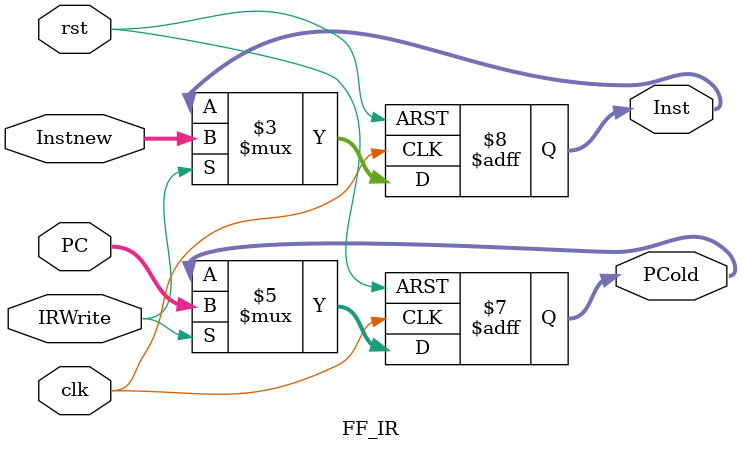
<source format=v>
module FF_IR(input clk, rst, IRWrite, input [7:0] PC, output reg [7:0] PCold, input [31:0] Instnew, output reg [31:0] Inst);

always @(posedge clk or negedge rst) begin
		if (!rst) begin
			PCold <= 8'b00000000;
			Inst <= 32'h00000000;
			end
		else if (IRWrite) begin
			PCold <= PC;
			Inst <= Instnew;
			end
		end
endmodule
</source>
